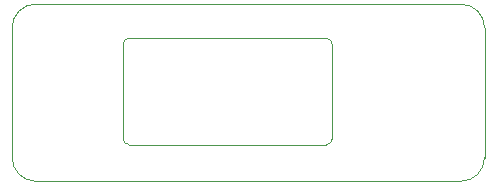
<source format=gm1>
%TF.GenerationSoftware,KiCad,Pcbnew,(5.1.4)-1*%
%TF.CreationDate,2025-05-10T17:32:09-04:00*%
%TF.ProjectId,PMW3360,504d5733-3336-4302-9e6b-696361645f70,rev?*%
%TF.SameCoordinates,Original*%
%TF.FileFunction,Profile,NP*%
%FSLAX46Y46*%
G04 Gerber Fmt 4.6, Leading zero omitted, Abs format (unit mm)*
G04 Created by KiCad (PCBNEW (5.1.4)-1) date 2025-05-10 17:32:09*
%MOMM*%
%LPD*%
G04 APERTURE LIST*
%ADD10C,0.050000*%
G04 APERTURE END LIST*
D10*
X181150000Y-110450000D02*
G75*
G02X179150000Y-112450000I-2000000J0D01*
G01*
X179150000Y-97450000D02*
G75*
G02X181150000Y-99450000I0J-2000000D01*
G01*
X143150000Y-112450000D02*
G75*
G02X141150000Y-110450000I0J2000000D01*
G01*
X141150000Y-99450000D02*
G75*
G02X143150000Y-97450000I2000000J0D01*
G01*
X168250000Y-100850000D02*
X168250000Y-108850000D01*
X151050000Y-100350000D02*
X167750000Y-100350000D01*
X150550000Y-108850000D02*
X150550000Y-100850000D01*
X167750000Y-109350000D02*
X151050000Y-109350000D01*
X168250000Y-108850000D02*
G75*
G02X167750000Y-109350000I-500000J0D01*
G01*
X167750000Y-100350000D02*
G75*
G02X168250000Y-100850000I0J-500000D01*
G01*
X150550000Y-100850000D02*
G75*
G02X151050000Y-100350000I500000J0D01*
G01*
X151050000Y-109350000D02*
G75*
G02X150550000Y-108850000I0J500000D01*
G01*
X179150000Y-112450000D02*
X143150000Y-112450000D01*
X181150000Y-99450000D02*
X181150000Y-110450000D01*
X143150000Y-97450000D02*
X179150000Y-97450000D01*
X141150000Y-110450000D02*
X141150000Y-99450000D01*
M02*

</source>
